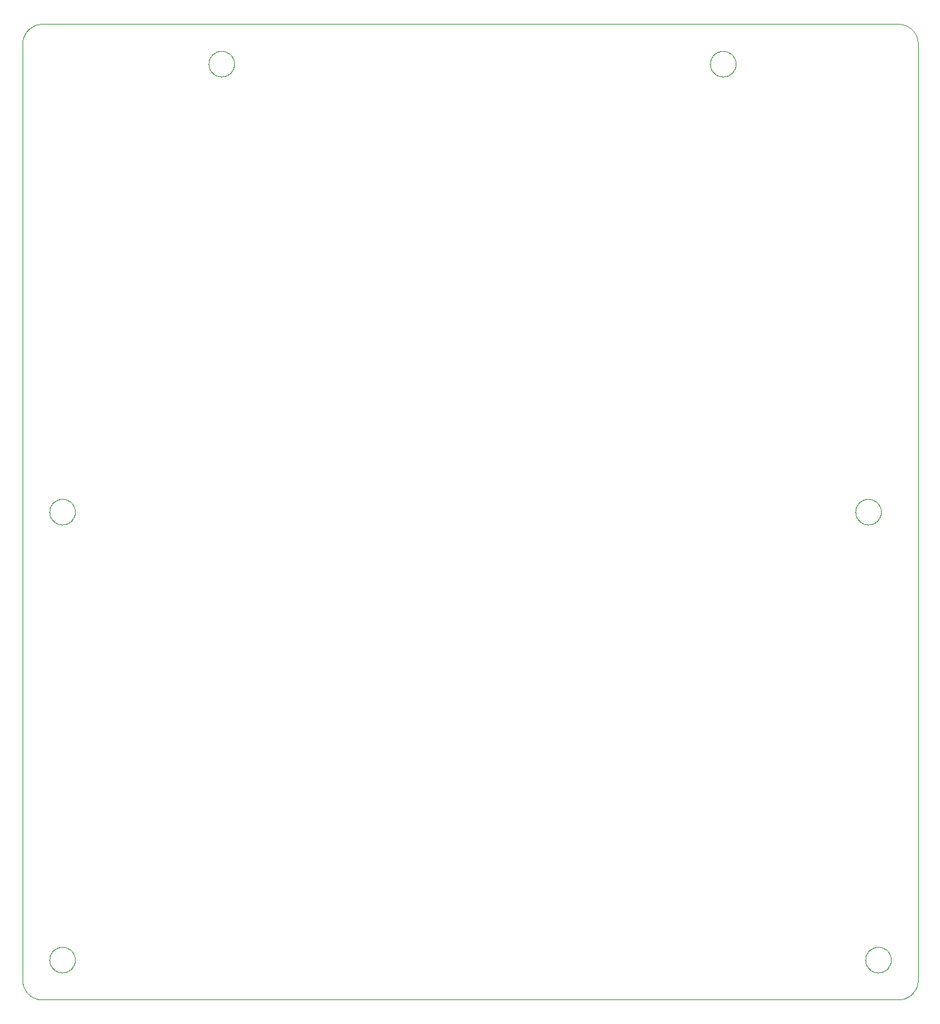
<source format=gbp>
G75*
%MOIN*%
%OFA0B0*%
%FSLAX25Y25*%
%IPPOS*%
%LPD*%
%AMOC8*
5,1,8,0,0,1.08239X$1,22.5*
%
%ADD10C,0.00000*%
D10*
X0021800Y0021800D02*
X0451800Y0021800D01*
X0452042Y0021803D01*
X0452283Y0021812D01*
X0452524Y0021826D01*
X0452765Y0021847D01*
X0453005Y0021873D01*
X0453245Y0021905D01*
X0453484Y0021943D01*
X0453721Y0021986D01*
X0453958Y0022036D01*
X0454193Y0022091D01*
X0454427Y0022151D01*
X0454659Y0022218D01*
X0454890Y0022289D01*
X0455119Y0022367D01*
X0455346Y0022450D01*
X0455571Y0022538D01*
X0455794Y0022632D01*
X0456014Y0022731D01*
X0456232Y0022836D01*
X0456447Y0022945D01*
X0456660Y0023060D01*
X0456870Y0023180D01*
X0457076Y0023305D01*
X0457280Y0023435D01*
X0457481Y0023570D01*
X0457678Y0023710D01*
X0457872Y0023854D01*
X0458062Y0024003D01*
X0458248Y0024157D01*
X0458431Y0024315D01*
X0458610Y0024477D01*
X0458785Y0024644D01*
X0458956Y0024815D01*
X0459123Y0024990D01*
X0459285Y0025169D01*
X0459443Y0025352D01*
X0459597Y0025538D01*
X0459746Y0025728D01*
X0459890Y0025922D01*
X0460030Y0026119D01*
X0460165Y0026320D01*
X0460295Y0026524D01*
X0460420Y0026730D01*
X0460540Y0026940D01*
X0460655Y0027153D01*
X0460764Y0027368D01*
X0460869Y0027586D01*
X0460968Y0027806D01*
X0461062Y0028029D01*
X0461150Y0028254D01*
X0461233Y0028481D01*
X0461311Y0028710D01*
X0461382Y0028941D01*
X0461449Y0029173D01*
X0461509Y0029407D01*
X0461564Y0029642D01*
X0461614Y0029879D01*
X0461657Y0030116D01*
X0461695Y0030355D01*
X0461727Y0030595D01*
X0461753Y0030835D01*
X0461774Y0031076D01*
X0461788Y0031317D01*
X0461797Y0031558D01*
X0461800Y0031800D01*
X0461800Y0501800D01*
X0461797Y0502042D01*
X0461788Y0502283D01*
X0461774Y0502524D01*
X0461753Y0502765D01*
X0461727Y0503005D01*
X0461695Y0503245D01*
X0461657Y0503484D01*
X0461614Y0503721D01*
X0461564Y0503958D01*
X0461509Y0504193D01*
X0461449Y0504427D01*
X0461382Y0504659D01*
X0461311Y0504890D01*
X0461233Y0505119D01*
X0461150Y0505346D01*
X0461062Y0505571D01*
X0460968Y0505794D01*
X0460869Y0506014D01*
X0460764Y0506232D01*
X0460655Y0506447D01*
X0460540Y0506660D01*
X0460420Y0506870D01*
X0460295Y0507076D01*
X0460165Y0507280D01*
X0460030Y0507481D01*
X0459890Y0507678D01*
X0459746Y0507872D01*
X0459597Y0508062D01*
X0459443Y0508248D01*
X0459285Y0508431D01*
X0459123Y0508610D01*
X0458956Y0508785D01*
X0458785Y0508956D01*
X0458610Y0509123D01*
X0458431Y0509285D01*
X0458248Y0509443D01*
X0458062Y0509597D01*
X0457872Y0509746D01*
X0457678Y0509890D01*
X0457481Y0510030D01*
X0457280Y0510165D01*
X0457076Y0510295D01*
X0456870Y0510420D01*
X0456660Y0510540D01*
X0456447Y0510655D01*
X0456232Y0510764D01*
X0456014Y0510869D01*
X0455794Y0510968D01*
X0455571Y0511062D01*
X0455346Y0511150D01*
X0455119Y0511233D01*
X0454890Y0511311D01*
X0454659Y0511382D01*
X0454427Y0511449D01*
X0454193Y0511509D01*
X0453958Y0511564D01*
X0453721Y0511614D01*
X0453484Y0511657D01*
X0453245Y0511695D01*
X0453005Y0511727D01*
X0452765Y0511753D01*
X0452524Y0511774D01*
X0452283Y0511788D01*
X0452042Y0511797D01*
X0451800Y0511800D01*
X0021800Y0511800D01*
X0021558Y0511797D01*
X0021317Y0511788D01*
X0021076Y0511774D01*
X0020835Y0511753D01*
X0020595Y0511727D01*
X0020355Y0511695D01*
X0020116Y0511657D01*
X0019879Y0511614D01*
X0019642Y0511564D01*
X0019407Y0511509D01*
X0019173Y0511449D01*
X0018941Y0511382D01*
X0018710Y0511311D01*
X0018481Y0511233D01*
X0018254Y0511150D01*
X0018029Y0511062D01*
X0017806Y0510968D01*
X0017586Y0510869D01*
X0017368Y0510764D01*
X0017153Y0510655D01*
X0016940Y0510540D01*
X0016730Y0510420D01*
X0016524Y0510295D01*
X0016320Y0510165D01*
X0016119Y0510030D01*
X0015922Y0509890D01*
X0015728Y0509746D01*
X0015538Y0509597D01*
X0015352Y0509443D01*
X0015169Y0509285D01*
X0014990Y0509123D01*
X0014815Y0508956D01*
X0014644Y0508785D01*
X0014477Y0508610D01*
X0014315Y0508431D01*
X0014157Y0508248D01*
X0014003Y0508062D01*
X0013854Y0507872D01*
X0013710Y0507678D01*
X0013570Y0507481D01*
X0013435Y0507280D01*
X0013305Y0507076D01*
X0013180Y0506870D01*
X0013060Y0506660D01*
X0012945Y0506447D01*
X0012836Y0506232D01*
X0012731Y0506014D01*
X0012632Y0505794D01*
X0012538Y0505571D01*
X0012450Y0505346D01*
X0012367Y0505119D01*
X0012289Y0504890D01*
X0012218Y0504659D01*
X0012151Y0504427D01*
X0012091Y0504193D01*
X0012036Y0503958D01*
X0011986Y0503721D01*
X0011943Y0503484D01*
X0011905Y0503245D01*
X0011873Y0503005D01*
X0011847Y0502765D01*
X0011826Y0502524D01*
X0011812Y0502283D01*
X0011803Y0502042D01*
X0011800Y0501800D01*
X0011800Y0031800D01*
X0011803Y0031558D01*
X0011812Y0031317D01*
X0011826Y0031076D01*
X0011847Y0030835D01*
X0011873Y0030595D01*
X0011905Y0030355D01*
X0011943Y0030116D01*
X0011986Y0029879D01*
X0012036Y0029642D01*
X0012091Y0029407D01*
X0012151Y0029173D01*
X0012218Y0028941D01*
X0012289Y0028710D01*
X0012367Y0028481D01*
X0012450Y0028254D01*
X0012538Y0028029D01*
X0012632Y0027806D01*
X0012731Y0027586D01*
X0012836Y0027368D01*
X0012945Y0027153D01*
X0013060Y0026940D01*
X0013180Y0026730D01*
X0013305Y0026524D01*
X0013435Y0026320D01*
X0013570Y0026119D01*
X0013710Y0025922D01*
X0013854Y0025728D01*
X0014003Y0025538D01*
X0014157Y0025352D01*
X0014315Y0025169D01*
X0014477Y0024990D01*
X0014644Y0024815D01*
X0014815Y0024644D01*
X0014990Y0024477D01*
X0015169Y0024315D01*
X0015352Y0024157D01*
X0015538Y0024003D01*
X0015728Y0023854D01*
X0015922Y0023710D01*
X0016119Y0023570D01*
X0016320Y0023435D01*
X0016524Y0023305D01*
X0016730Y0023180D01*
X0016940Y0023060D01*
X0017153Y0022945D01*
X0017368Y0022836D01*
X0017586Y0022731D01*
X0017806Y0022632D01*
X0018029Y0022538D01*
X0018254Y0022450D01*
X0018481Y0022367D01*
X0018710Y0022289D01*
X0018941Y0022218D01*
X0019173Y0022151D01*
X0019407Y0022091D01*
X0019642Y0022036D01*
X0019879Y0021986D01*
X0020116Y0021943D01*
X0020355Y0021905D01*
X0020595Y0021873D01*
X0020835Y0021847D01*
X0021076Y0021826D01*
X0021317Y0021812D01*
X0021558Y0021803D01*
X0021800Y0021800D01*
X0025375Y0041800D02*
X0025377Y0041960D01*
X0025383Y0042120D01*
X0025393Y0042280D01*
X0025407Y0042440D01*
X0025425Y0042599D01*
X0025447Y0042758D01*
X0025473Y0042916D01*
X0025502Y0043073D01*
X0025536Y0043230D01*
X0025574Y0043385D01*
X0025615Y0043540D01*
X0025660Y0043694D01*
X0025710Y0043846D01*
X0025762Y0043997D01*
X0025819Y0044147D01*
X0025880Y0044296D01*
X0025944Y0044443D01*
X0026011Y0044588D01*
X0026083Y0044731D01*
X0026157Y0044873D01*
X0026236Y0045013D01*
X0026318Y0045150D01*
X0026403Y0045286D01*
X0026491Y0045419D01*
X0026583Y0045551D01*
X0026678Y0045679D01*
X0026777Y0045806D01*
X0026878Y0045930D01*
X0026983Y0046051D01*
X0027090Y0046170D01*
X0027201Y0046286D01*
X0027314Y0046399D01*
X0027430Y0046510D01*
X0027549Y0046617D01*
X0027670Y0046722D01*
X0027794Y0046823D01*
X0027921Y0046922D01*
X0028049Y0047017D01*
X0028181Y0047109D01*
X0028314Y0047197D01*
X0028450Y0047282D01*
X0028588Y0047364D01*
X0028727Y0047443D01*
X0028869Y0047517D01*
X0029012Y0047589D01*
X0029157Y0047656D01*
X0029304Y0047720D01*
X0029453Y0047781D01*
X0029603Y0047838D01*
X0029754Y0047890D01*
X0029906Y0047940D01*
X0030060Y0047985D01*
X0030215Y0048026D01*
X0030370Y0048064D01*
X0030527Y0048098D01*
X0030684Y0048127D01*
X0030842Y0048153D01*
X0031001Y0048175D01*
X0031160Y0048193D01*
X0031320Y0048207D01*
X0031480Y0048217D01*
X0031640Y0048223D01*
X0031800Y0048225D01*
X0031960Y0048223D01*
X0032120Y0048217D01*
X0032280Y0048207D01*
X0032440Y0048193D01*
X0032599Y0048175D01*
X0032758Y0048153D01*
X0032916Y0048127D01*
X0033073Y0048098D01*
X0033230Y0048064D01*
X0033385Y0048026D01*
X0033540Y0047985D01*
X0033694Y0047940D01*
X0033846Y0047890D01*
X0033997Y0047838D01*
X0034147Y0047781D01*
X0034296Y0047720D01*
X0034443Y0047656D01*
X0034588Y0047589D01*
X0034731Y0047517D01*
X0034873Y0047443D01*
X0035013Y0047364D01*
X0035150Y0047282D01*
X0035286Y0047197D01*
X0035419Y0047109D01*
X0035551Y0047017D01*
X0035679Y0046922D01*
X0035806Y0046823D01*
X0035930Y0046722D01*
X0036051Y0046617D01*
X0036170Y0046510D01*
X0036286Y0046399D01*
X0036399Y0046286D01*
X0036510Y0046170D01*
X0036617Y0046051D01*
X0036722Y0045930D01*
X0036823Y0045806D01*
X0036922Y0045679D01*
X0037017Y0045551D01*
X0037109Y0045419D01*
X0037197Y0045286D01*
X0037282Y0045150D01*
X0037364Y0045012D01*
X0037443Y0044873D01*
X0037517Y0044731D01*
X0037589Y0044588D01*
X0037656Y0044443D01*
X0037720Y0044296D01*
X0037781Y0044147D01*
X0037838Y0043997D01*
X0037890Y0043846D01*
X0037940Y0043694D01*
X0037985Y0043540D01*
X0038026Y0043385D01*
X0038064Y0043230D01*
X0038098Y0043073D01*
X0038127Y0042916D01*
X0038153Y0042758D01*
X0038175Y0042599D01*
X0038193Y0042440D01*
X0038207Y0042280D01*
X0038217Y0042120D01*
X0038223Y0041960D01*
X0038225Y0041800D01*
X0038223Y0041640D01*
X0038217Y0041480D01*
X0038207Y0041320D01*
X0038193Y0041160D01*
X0038175Y0041001D01*
X0038153Y0040842D01*
X0038127Y0040684D01*
X0038098Y0040527D01*
X0038064Y0040370D01*
X0038026Y0040215D01*
X0037985Y0040060D01*
X0037940Y0039906D01*
X0037890Y0039754D01*
X0037838Y0039603D01*
X0037781Y0039453D01*
X0037720Y0039304D01*
X0037656Y0039157D01*
X0037589Y0039012D01*
X0037517Y0038869D01*
X0037443Y0038727D01*
X0037364Y0038587D01*
X0037282Y0038450D01*
X0037197Y0038314D01*
X0037109Y0038181D01*
X0037017Y0038049D01*
X0036922Y0037921D01*
X0036823Y0037794D01*
X0036722Y0037670D01*
X0036617Y0037549D01*
X0036510Y0037430D01*
X0036399Y0037314D01*
X0036286Y0037201D01*
X0036170Y0037090D01*
X0036051Y0036983D01*
X0035930Y0036878D01*
X0035806Y0036777D01*
X0035679Y0036678D01*
X0035551Y0036583D01*
X0035419Y0036491D01*
X0035286Y0036403D01*
X0035150Y0036318D01*
X0035012Y0036236D01*
X0034873Y0036157D01*
X0034731Y0036083D01*
X0034588Y0036011D01*
X0034443Y0035944D01*
X0034296Y0035880D01*
X0034147Y0035819D01*
X0033997Y0035762D01*
X0033846Y0035710D01*
X0033694Y0035660D01*
X0033540Y0035615D01*
X0033385Y0035574D01*
X0033230Y0035536D01*
X0033073Y0035502D01*
X0032916Y0035473D01*
X0032758Y0035447D01*
X0032599Y0035425D01*
X0032440Y0035407D01*
X0032280Y0035393D01*
X0032120Y0035383D01*
X0031960Y0035377D01*
X0031800Y0035375D01*
X0031640Y0035377D01*
X0031480Y0035383D01*
X0031320Y0035393D01*
X0031160Y0035407D01*
X0031001Y0035425D01*
X0030842Y0035447D01*
X0030684Y0035473D01*
X0030527Y0035502D01*
X0030370Y0035536D01*
X0030215Y0035574D01*
X0030060Y0035615D01*
X0029906Y0035660D01*
X0029754Y0035710D01*
X0029603Y0035762D01*
X0029453Y0035819D01*
X0029304Y0035880D01*
X0029157Y0035944D01*
X0029012Y0036011D01*
X0028869Y0036083D01*
X0028727Y0036157D01*
X0028587Y0036236D01*
X0028450Y0036318D01*
X0028314Y0036403D01*
X0028181Y0036491D01*
X0028049Y0036583D01*
X0027921Y0036678D01*
X0027794Y0036777D01*
X0027670Y0036878D01*
X0027549Y0036983D01*
X0027430Y0037090D01*
X0027314Y0037201D01*
X0027201Y0037314D01*
X0027090Y0037430D01*
X0026983Y0037549D01*
X0026878Y0037670D01*
X0026777Y0037794D01*
X0026678Y0037921D01*
X0026583Y0038049D01*
X0026491Y0038181D01*
X0026403Y0038314D01*
X0026318Y0038450D01*
X0026236Y0038588D01*
X0026157Y0038727D01*
X0026083Y0038869D01*
X0026011Y0039012D01*
X0025944Y0039157D01*
X0025880Y0039304D01*
X0025819Y0039453D01*
X0025762Y0039603D01*
X0025710Y0039754D01*
X0025660Y0039906D01*
X0025615Y0040060D01*
X0025574Y0040215D01*
X0025536Y0040370D01*
X0025502Y0040527D01*
X0025473Y0040684D01*
X0025447Y0040842D01*
X0025425Y0041001D01*
X0025407Y0041160D01*
X0025393Y0041320D01*
X0025383Y0041480D01*
X0025377Y0041640D01*
X0025375Y0041800D01*
X0025375Y0266800D02*
X0025377Y0266960D01*
X0025383Y0267120D01*
X0025393Y0267280D01*
X0025407Y0267440D01*
X0025425Y0267599D01*
X0025447Y0267758D01*
X0025473Y0267916D01*
X0025502Y0268073D01*
X0025536Y0268230D01*
X0025574Y0268385D01*
X0025615Y0268540D01*
X0025660Y0268694D01*
X0025710Y0268846D01*
X0025762Y0268997D01*
X0025819Y0269147D01*
X0025880Y0269296D01*
X0025944Y0269443D01*
X0026011Y0269588D01*
X0026083Y0269731D01*
X0026157Y0269873D01*
X0026236Y0270013D01*
X0026318Y0270150D01*
X0026403Y0270286D01*
X0026491Y0270419D01*
X0026583Y0270551D01*
X0026678Y0270679D01*
X0026777Y0270806D01*
X0026878Y0270930D01*
X0026983Y0271051D01*
X0027090Y0271170D01*
X0027201Y0271286D01*
X0027314Y0271399D01*
X0027430Y0271510D01*
X0027549Y0271617D01*
X0027670Y0271722D01*
X0027794Y0271823D01*
X0027921Y0271922D01*
X0028049Y0272017D01*
X0028181Y0272109D01*
X0028314Y0272197D01*
X0028450Y0272282D01*
X0028588Y0272364D01*
X0028727Y0272443D01*
X0028869Y0272517D01*
X0029012Y0272589D01*
X0029157Y0272656D01*
X0029304Y0272720D01*
X0029453Y0272781D01*
X0029603Y0272838D01*
X0029754Y0272890D01*
X0029906Y0272940D01*
X0030060Y0272985D01*
X0030215Y0273026D01*
X0030370Y0273064D01*
X0030527Y0273098D01*
X0030684Y0273127D01*
X0030842Y0273153D01*
X0031001Y0273175D01*
X0031160Y0273193D01*
X0031320Y0273207D01*
X0031480Y0273217D01*
X0031640Y0273223D01*
X0031800Y0273225D01*
X0031960Y0273223D01*
X0032120Y0273217D01*
X0032280Y0273207D01*
X0032440Y0273193D01*
X0032599Y0273175D01*
X0032758Y0273153D01*
X0032916Y0273127D01*
X0033073Y0273098D01*
X0033230Y0273064D01*
X0033385Y0273026D01*
X0033540Y0272985D01*
X0033694Y0272940D01*
X0033846Y0272890D01*
X0033997Y0272838D01*
X0034147Y0272781D01*
X0034296Y0272720D01*
X0034443Y0272656D01*
X0034588Y0272589D01*
X0034731Y0272517D01*
X0034873Y0272443D01*
X0035013Y0272364D01*
X0035150Y0272282D01*
X0035286Y0272197D01*
X0035419Y0272109D01*
X0035551Y0272017D01*
X0035679Y0271922D01*
X0035806Y0271823D01*
X0035930Y0271722D01*
X0036051Y0271617D01*
X0036170Y0271510D01*
X0036286Y0271399D01*
X0036399Y0271286D01*
X0036510Y0271170D01*
X0036617Y0271051D01*
X0036722Y0270930D01*
X0036823Y0270806D01*
X0036922Y0270679D01*
X0037017Y0270551D01*
X0037109Y0270419D01*
X0037197Y0270286D01*
X0037282Y0270150D01*
X0037364Y0270012D01*
X0037443Y0269873D01*
X0037517Y0269731D01*
X0037589Y0269588D01*
X0037656Y0269443D01*
X0037720Y0269296D01*
X0037781Y0269147D01*
X0037838Y0268997D01*
X0037890Y0268846D01*
X0037940Y0268694D01*
X0037985Y0268540D01*
X0038026Y0268385D01*
X0038064Y0268230D01*
X0038098Y0268073D01*
X0038127Y0267916D01*
X0038153Y0267758D01*
X0038175Y0267599D01*
X0038193Y0267440D01*
X0038207Y0267280D01*
X0038217Y0267120D01*
X0038223Y0266960D01*
X0038225Y0266800D01*
X0038223Y0266640D01*
X0038217Y0266480D01*
X0038207Y0266320D01*
X0038193Y0266160D01*
X0038175Y0266001D01*
X0038153Y0265842D01*
X0038127Y0265684D01*
X0038098Y0265527D01*
X0038064Y0265370D01*
X0038026Y0265215D01*
X0037985Y0265060D01*
X0037940Y0264906D01*
X0037890Y0264754D01*
X0037838Y0264603D01*
X0037781Y0264453D01*
X0037720Y0264304D01*
X0037656Y0264157D01*
X0037589Y0264012D01*
X0037517Y0263869D01*
X0037443Y0263727D01*
X0037364Y0263587D01*
X0037282Y0263450D01*
X0037197Y0263314D01*
X0037109Y0263181D01*
X0037017Y0263049D01*
X0036922Y0262921D01*
X0036823Y0262794D01*
X0036722Y0262670D01*
X0036617Y0262549D01*
X0036510Y0262430D01*
X0036399Y0262314D01*
X0036286Y0262201D01*
X0036170Y0262090D01*
X0036051Y0261983D01*
X0035930Y0261878D01*
X0035806Y0261777D01*
X0035679Y0261678D01*
X0035551Y0261583D01*
X0035419Y0261491D01*
X0035286Y0261403D01*
X0035150Y0261318D01*
X0035012Y0261236D01*
X0034873Y0261157D01*
X0034731Y0261083D01*
X0034588Y0261011D01*
X0034443Y0260944D01*
X0034296Y0260880D01*
X0034147Y0260819D01*
X0033997Y0260762D01*
X0033846Y0260710D01*
X0033694Y0260660D01*
X0033540Y0260615D01*
X0033385Y0260574D01*
X0033230Y0260536D01*
X0033073Y0260502D01*
X0032916Y0260473D01*
X0032758Y0260447D01*
X0032599Y0260425D01*
X0032440Y0260407D01*
X0032280Y0260393D01*
X0032120Y0260383D01*
X0031960Y0260377D01*
X0031800Y0260375D01*
X0031640Y0260377D01*
X0031480Y0260383D01*
X0031320Y0260393D01*
X0031160Y0260407D01*
X0031001Y0260425D01*
X0030842Y0260447D01*
X0030684Y0260473D01*
X0030527Y0260502D01*
X0030370Y0260536D01*
X0030215Y0260574D01*
X0030060Y0260615D01*
X0029906Y0260660D01*
X0029754Y0260710D01*
X0029603Y0260762D01*
X0029453Y0260819D01*
X0029304Y0260880D01*
X0029157Y0260944D01*
X0029012Y0261011D01*
X0028869Y0261083D01*
X0028727Y0261157D01*
X0028587Y0261236D01*
X0028450Y0261318D01*
X0028314Y0261403D01*
X0028181Y0261491D01*
X0028049Y0261583D01*
X0027921Y0261678D01*
X0027794Y0261777D01*
X0027670Y0261878D01*
X0027549Y0261983D01*
X0027430Y0262090D01*
X0027314Y0262201D01*
X0027201Y0262314D01*
X0027090Y0262430D01*
X0026983Y0262549D01*
X0026878Y0262670D01*
X0026777Y0262794D01*
X0026678Y0262921D01*
X0026583Y0263049D01*
X0026491Y0263181D01*
X0026403Y0263314D01*
X0026318Y0263450D01*
X0026236Y0263588D01*
X0026157Y0263727D01*
X0026083Y0263869D01*
X0026011Y0264012D01*
X0025944Y0264157D01*
X0025880Y0264304D01*
X0025819Y0264453D01*
X0025762Y0264603D01*
X0025710Y0264754D01*
X0025660Y0264906D01*
X0025615Y0265060D01*
X0025574Y0265215D01*
X0025536Y0265370D01*
X0025502Y0265527D01*
X0025473Y0265684D01*
X0025447Y0265842D01*
X0025425Y0266001D01*
X0025407Y0266160D01*
X0025393Y0266320D01*
X0025383Y0266480D01*
X0025377Y0266640D01*
X0025375Y0266800D01*
X0105375Y0491800D02*
X0105377Y0491960D01*
X0105383Y0492120D01*
X0105393Y0492280D01*
X0105407Y0492440D01*
X0105425Y0492599D01*
X0105447Y0492758D01*
X0105473Y0492916D01*
X0105502Y0493073D01*
X0105536Y0493230D01*
X0105574Y0493385D01*
X0105615Y0493540D01*
X0105660Y0493694D01*
X0105710Y0493846D01*
X0105762Y0493997D01*
X0105819Y0494147D01*
X0105880Y0494296D01*
X0105944Y0494443D01*
X0106011Y0494588D01*
X0106083Y0494731D01*
X0106157Y0494873D01*
X0106236Y0495013D01*
X0106318Y0495150D01*
X0106403Y0495286D01*
X0106491Y0495419D01*
X0106583Y0495551D01*
X0106678Y0495679D01*
X0106777Y0495806D01*
X0106878Y0495930D01*
X0106983Y0496051D01*
X0107090Y0496170D01*
X0107201Y0496286D01*
X0107314Y0496399D01*
X0107430Y0496510D01*
X0107549Y0496617D01*
X0107670Y0496722D01*
X0107794Y0496823D01*
X0107921Y0496922D01*
X0108049Y0497017D01*
X0108181Y0497109D01*
X0108314Y0497197D01*
X0108450Y0497282D01*
X0108588Y0497364D01*
X0108727Y0497443D01*
X0108869Y0497517D01*
X0109012Y0497589D01*
X0109157Y0497656D01*
X0109304Y0497720D01*
X0109453Y0497781D01*
X0109603Y0497838D01*
X0109754Y0497890D01*
X0109906Y0497940D01*
X0110060Y0497985D01*
X0110215Y0498026D01*
X0110370Y0498064D01*
X0110527Y0498098D01*
X0110684Y0498127D01*
X0110842Y0498153D01*
X0111001Y0498175D01*
X0111160Y0498193D01*
X0111320Y0498207D01*
X0111480Y0498217D01*
X0111640Y0498223D01*
X0111800Y0498225D01*
X0111960Y0498223D01*
X0112120Y0498217D01*
X0112280Y0498207D01*
X0112440Y0498193D01*
X0112599Y0498175D01*
X0112758Y0498153D01*
X0112916Y0498127D01*
X0113073Y0498098D01*
X0113230Y0498064D01*
X0113385Y0498026D01*
X0113540Y0497985D01*
X0113694Y0497940D01*
X0113846Y0497890D01*
X0113997Y0497838D01*
X0114147Y0497781D01*
X0114296Y0497720D01*
X0114443Y0497656D01*
X0114588Y0497589D01*
X0114731Y0497517D01*
X0114873Y0497443D01*
X0115013Y0497364D01*
X0115150Y0497282D01*
X0115286Y0497197D01*
X0115419Y0497109D01*
X0115551Y0497017D01*
X0115679Y0496922D01*
X0115806Y0496823D01*
X0115930Y0496722D01*
X0116051Y0496617D01*
X0116170Y0496510D01*
X0116286Y0496399D01*
X0116399Y0496286D01*
X0116510Y0496170D01*
X0116617Y0496051D01*
X0116722Y0495930D01*
X0116823Y0495806D01*
X0116922Y0495679D01*
X0117017Y0495551D01*
X0117109Y0495419D01*
X0117197Y0495286D01*
X0117282Y0495150D01*
X0117364Y0495012D01*
X0117443Y0494873D01*
X0117517Y0494731D01*
X0117589Y0494588D01*
X0117656Y0494443D01*
X0117720Y0494296D01*
X0117781Y0494147D01*
X0117838Y0493997D01*
X0117890Y0493846D01*
X0117940Y0493694D01*
X0117985Y0493540D01*
X0118026Y0493385D01*
X0118064Y0493230D01*
X0118098Y0493073D01*
X0118127Y0492916D01*
X0118153Y0492758D01*
X0118175Y0492599D01*
X0118193Y0492440D01*
X0118207Y0492280D01*
X0118217Y0492120D01*
X0118223Y0491960D01*
X0118225Y0491800D01*
X0118223Y0491640D01*
X0118217Y0491480D01*
X0118207Y0491320D01*
X0118193Y0491160D01*
X0118175Y0491001D01*
X0118153Y0490842D01*
X0118127Y0490684D01*
X0118098Y0490527D01*
X0118064Y0490370D01*
X0118026Y0490215D01*
X0117985Y0490060D01*
X0117940Y0489906D01*
X0117890Y0489754D01*
X0117838Y0489603D01*
X0117781Y0489453D01*
X0117720Y0489304D01*
X0117656Y0489157D01*
X0117589Y0489012D01*
X0117517Y0488869D01*
X0117443Y0488727D01*
X0117364Y0488587D01*
X0117282Y0488450D01*
X0117197Y0488314D01*
X0117109Y0488181D01*
X0117017Y0488049D01*
X0116922Y0487921D01*
X0116823Y0487794D01*
X0116722Y0487670D01*
X0116617Y0487549D01*
X0116510Y0487430D01*
X0116399Y0487314D01*
X0116286Y0487201D01*
X0116170Y0487090D01*
X0116051Y0486983D01*
X0115930Y0486878D01*
X0115806Y0486777D01*
X0115679Y0486678D01*
X0115551Y0486583D01*
X0115419Y0486491D01*
X0115286Y0486403D01*
X0115150Y0486318D01*
X0115012Y0486236D01*
X0114873Y0486157D01*
X0114731Y0486083D01*
X0114588Y0486011D01*
X0114443Y0485944D01*
X0114296Y0485880D01*
X0114147Y0485819D01*
X0113997Y0485762D01*
X0113846Y0485710D01*
X0113694Y0485660D01*
X0113540Y0485615D01*
X0113385Y0485574D01*
X0113230Y0485536D01*
X0113073Y0485502D01*
X0112916Y0485473D01*
X0112758Y0485447D01*
X0112599Y0485425D01*
X0112440Y0485407D01*
X0112280Y0485393D01*
X0112120Y0485383D01*
X0111960Y0485377D01*
X0111800Y0485375D01*
X0111640Y0485377D01*
X0111480Y0485383D01*
X0111320Y0485393D01*
X0111160Y0485407D01*
X0111001Y0485425D01*
X0110842Y0485447D01*
X0110684Y0485473D01*
X0110527Y0485502D01*
X0110370Y0485536D01*
X0110215Y0485574D01*
X0110060Y0485615D01*
X0109906Y0485660D01*
X0109754Y0485710D01*
X0109603Y0485762D01*
X0109453Y0485819D01*
X0109304Y0485880D01*
X0109157Y0485944D01*
X0109012Y0486011D01*
X0108869Y0486083D01*
X0108727Y0486157D01*
X0108587Y0486236D01*
X0108450Y0486318D01*
X0108314Y0486403D01*
X0108181Y0486491D01*
X0108049Y0486583D01*
X0107921Y0486678D01*
X0107794Y0486777D01*
X0107670Y0486878D01*
X0107549Y0486983D01*
X0107430Y0487090D01*
X0107314Y0487201D01*
X0107201Y0487314D01*
X0107090Y0487430D01*
X0106983Y0487549D01*
X0106878Y0487670D01*
X0106777Y0487794D01*
X0106678Y0487921D01*
X0106583Y0488049D01*
X0106491Y0488181D01*
X0106403Y0488314D01*
X0106318Y0488450D01*
X0106236Y0488588D01*
X0106157Y0488727D01*
X0106083Y0488869D01*
X0106011Y0489012D01*
X0105944Y0489157D01*
X0105880Y0489304D01*
X0105819Y0489453D01*
X0105762Y0489603D01*
X0105710Y0489754D01*
X0105660Y0489906D01*
X0105615Y0490060D01*
X0105574Y0490215D01*
X0105536Y0490370D01*
X0105502Y0490527D01*
X0105473Y0490684D01*
X0105447Y0490842D01*
X0105425Y0491001D01*
X0105407Y0491160D01*
X0105393Y0491320D01*
X0105383Y0491480D01*
X0105377Y0491640D01*
X0105375Y0491800D01*
X0357375Y0491800D02*
X0357377Y0491960D01*
X0357383Y0492120D01*
X0357393Y0492280D01*
X0357407Y0492440D01*
X0357425Y0492599D01*
X0357447Y0492758D01*
X0357473Y0492916D01*
X0357502Y0493073D01*
X0357536Y0493230D01*
X0357574Y0493385D01*
X0357615Y0493540D01*
X0357660Y0493694D01*
X0357710Y0493846D01*
X0357762Y0493997D01*
X0357819Y0494147D01*
X0357880Y0494296D01*
X0357944Y0494443D01*
X0358011Y0494588D01*
X0358083Y0494731D01*
X0358157Y0494873D01*
X0358236Y0495013D01*
X0358318Y0495150D01*
X0358403Y0495286D01*
X0358491Y0495419D01*
X0358583Y0495551D01*
X0358678Y0495679D01*
X0358777Y0495806D01*
X0358878Y0495930D01*
X0358983Y0496051D01*
X0359090Y0496170D01*
X0359201Y0496286D01*
X0359314Y0496399D01*
X0359430Y0496510D01*
X0359549Y0496617D01*
X0359670Y0496722D01*
X0359794Y0496823D01*
X0359921Y0496922D01*
X0360049Y0497017D01*
X0360181Y0497109D01*
X0360314Y0497197D01*
X0360450Y0497282D01*
X0360588Y0497364D01*
X0360727Y0497443D01*
X0360869Y0497517D01*
X0361012Y0497589D01*
X0361157Y0497656D01*
X0361304Y0497720D01*
X0361453Y0497781D01*
X0361603Y0497838D01*
X0361754Y0497890D01*
X0361906Y0497940D01*
X0362060Y0497985D01*
X0362215Y0498026D01*
X0362370Y0498064D01*
X0362527Y0498098D01*
X0362684Y0498127D01*
X0362842Y0498153D01*
X0363001Y0498175D01*
X0363160Y0498193D01*
X0363320Y0498207D01*
X0363480Y0498217D01*
X0363640Y0498223D01*
X0363800Y0498225D01*
X0363960Y0498223D01*
X0364120Y0498217D01*
X0364280Y0498207D01*
X0364440Y0498193D01*
X0364599Y0498175D01*
X0364758Y0498153D01*
X0364916Y0498127D01*
X0365073Y0498098D01*
X0365230Y0498064D01*
X0365385Y0498026D01*
X0365540Y0497985D01*
X0365694Y0497940D01*
X0365846Y0497890D01*
X0365997Y0497838D01*
X0366147Y0497781D01*
X0366296Y0497720D01*
X0366443Y0497656D01*
X0366588Y0497589D01*
X0366731Y0497517D01*
X0366873Y0497443D01*
X0367013Y0497364D01*
X0367150Y0497282D01*
X0367286Y0497197D01*
X0367419Y0497109D01*
X0367551Y0497017D01*
X0367679Y0496922D01*
X0367806Y0496823D01*
X0367930Y0496722D01*
X0368051Y0496617D01*
X0368170Y0496510D01*
X0368286Y0496399D01*
X0368399Y0496286D01*
X0368510Y0496170D01*
X0368617Y0496051D01*
X0368722Y0495930D01*
X0368823Y0495806D01*
X0368922Y0495679D01*
X0369017Y0495551D01*
X0369109Y0495419D01*
X0369197Y0495286D01*
X0369282Y0495150D01*
X0369364Y0495012D01*
X0369443Y0494873D01*
X0369517Y0494731D01*
X0369589Y0494588D01*
X0369656Y0494443D01*
X0369720Y0494296D01*
X0369781Y0494147D01*
X0369838Y0493997D01*
X0369890Y0493846D01*
X0369940Y0493694D01*
X0369985Y0493540D01*
X0370026Y0493385D01*
X0370064Y0493230D01*
X0370098Y0493073D01*
X0370127Y0492916D01*
X0370153Y0492758D01*
X0370175Y0492599D01*
X0370193Y0492440D01*
X0370207Y0492280D01*
X0370217Y0492120D01*
X0370223Y0491960D01*
X0370225Y0491800D01*
X0370223Y0491640D01*
X0370217Y0491480D01*
X0370207Y0491320D01*
X0370193Y0491160D01*
X0370175Y0491001D01*
X0370153Y0490842D01*
X0370127Y0490684D01*
X0370098Y0490527D01*
X0370064Y0490370D01*
X0370026Y0490215D01*
X0369985Y0490060D01*
X0369940Y0489906D01*
X0369890Y0489754D01*
X0369838Y0489603D01*
X0369781Y0489453D01*
X0369720Y0489304D01*
X0369656Y0489157D01*
X0369589Y0489012D01*
X0369517Y0488869D01*
X0369443Y0488727D01*
X0369364Y0488587D01*
X0369282Y0488450D01*
X0369197Y0488314D01*
X0369109Y0488181D01*
X0369017Y0488049D01*
X0368922Y0487921D01*
X0368823Y0487794D01*
X0368722Y0487670D01*
X0368617Y0487549D01*
X0368510Y0487430D01*
X0368399Y0487314D01*
X0368286Y0487201D01*
X0368170Y0487090D01*
X0368051Y0486983D01*
X0367930Y0486878D01*
X0367806Y0486777D01*
X0367679Y0486678D01*
X0367551Y0486583D01*
X0367419Y0486491D01*
X0367286Y0486403D01*
X0367150Y0486318D01*
X0367012Y0486236D01*
X0366873Y0486157D01*
X0366731Y0486083D01*
X0366588Y0486011D01*
X0366443Y0485944D01*
X0366296Y0485880D01*
X0366147Y0485819D01*
X0365997Y0485762D01*
X0365846Y0485710D01*
X0365694Y0485660D01*
X0365540Y0485615D01*
X0365385Y0485574D01*
X0365230Y0485536D01*
X0365073Y0485502D01*
X0364916Y0485473D01*
X0364758Y0485447D01*
X0364599Y0485425D01*
X0364440Y0485407D01*
X0364280Y0485393D01*
X0364120Y0485383D01*
X0363960Y0485377D01*
X0363800Y0485375D01*
X0363640Y0485377D01*
X0363480Y0485383D01*
X0363320Y0485393D01*
X0363160Y0485407D01*
X0363001Y0485425D01*
X0362842Y0485447D01*
X0362684Y0485473D01*
X0362527Y0485502D01*
X0362370Y0485536D01*
X0362215Y0485574D01*
X0362060Y0485615D01*
X0361906Y0485660D01*
X0361754Y0485710D01*
X0361603Y0485762D01*
X0361453Y0485819D01*
X0361304Y0485880D01*
X0361157Y0485944D01*
X0361012Y0486011D01*
X0360869Y0486083D01*
X0360727Y0486157D01*
X0360587Y0486236D01*
X0360450Y0486318D01*
X0360314Y0486403D01*
X0360181Y0486491D01*
X0360049Y0486583D01*
X0359921Y0486678D01*
X0359794Y0486777D01*
X0359670Y0486878D01*
X0359549Y0486983D01*
X0359430Y0487090D01*
X0359314Y0487201D01*
X0359201Y0487314D01*
X0359090Y0487430D01*
X0358983Y0487549D01*
X0358878Y0487670D01*
X0358777Y0487794D01*
X0358678Y0487921D01*
X0358583Y0488049D01*
X0358491Y0488181D01*
X0358403Y0488314D01*
X0358318Y0488450D01*
X0358236Y0488588D01*
X0358157Y0488727D01*
X0358083Y0488869D01*
X0358011Y0489012D01*
X0357944Y0489157D01*
X0357880Y0489304D01*
X0357819Y0489453D01*
X0357762Y0489603D01*
X0357710Y0489754D01*
X0357660Y0489906D01*
X0357615Y0490060D01*
X0357574Y0490215D01*
X0357536Y0490370D01*
X0357502Y0490527D01*
X0357473Y0490684D01*
X0357447Y0490842D01*
X0357425Y0491001D01*
X0357407Y0491160D01*
X0357393Y0491320D01*
X0357383Y0491480D01*
X0357377Y0491640D01*
X0357375Y0491800D01*
X0430375Y0266800D02*
X0430377Y0266960D01*
X0430383Y0267120D01*
X0430393Y0267280D01*
X0430407Y0267440D01*
X0430425Y0267599D01*
X0430447Y0267758D01*
X0430473Y0267916D01*
X0430502Y0268073D01*
X0430536Y0268230D01*
X0430574Y0268385D01*
X0430615Y0268540D01*
X0430660Y0268694D01*
X0430710Y0268846D01*
X0430762Y0268997D01*
X0430819Y0269147D01*
X0430880Y0269296D01*
X0430944Y0269443D01*
X0431011Y0269588D01*
X0431083Y0269731D01*
X0431157Y0269873D01*
X0431236Y0270013D01*
X0431318Y0270150D01*
X0431403Y0270286D01*
X0431491Y0270419D01*
X0431583Y0270551D01*
X0431678Y0270679D01*
X0431777Y0270806D01*
X0431878Y0270930D01*
X0431983Y0271051D01*
X0432090Y0271170D01*
X0432201Y0271286D01*
X0432314Y0271399D01*
X0432430Y0271510D01*
X0432549Y0271617D01*
X0432670Y0271722D01*
X0432794Y0271823D01*
X0432921Y0271922D01*
X0433049Y0272017D01*
X0433181Y0272109D01*
X0433314Y0272197D01*
X0433450Y0272282D01*
X0433588Y0272364D01*
X0433727Y0272443D01*
X0433869Y0272517D01*
X0434012Y0272589D01*
X0434157Y0272656D01*
X0434304Y0272720D01*
X0434453Y0272781D01*
X0434603Y0272838D01*
X0434754Y0272890D01*
X0434906Y0272940D01*
X0435060Y0272985D01*
X0435215Y0273026D01*
X0435370Y0273064D01*
X0435527Y0273098D01*
X0435684Y0273127D01*
X0435842Y0273153D01*
X0436001Y0273175D01*
X0436160Y0273193D01*
X0436320Y0273207D01*
X0436480Y0273217D01*
X0436640Y0273223D01*
X0436800Y0273225D01*
X0436960Y0273223D01*
X0437120Y0273217D01*
X0437280Y0273207D01*
X0437440Y0273193D01*
X0437599Y0273175D01*
X0437758Y0273153D01*
X0437916Y0273127D01*
X0438073Y0273098D01*
X0438230Y0273064D01*
X0438385Y0273026D01*
X0438540Y0272985D01*
X0438694Y0272940D01*
X0438846Y0272890D01*
X0438997Y0272838D01*
X0439147Y0272781D01*
X0439296Y0272720D01*
X0439443Y0272656D01*
X0439588Y0272589D01*
X0439731Y0272517D01*
X0439873Y0272443D01*
X0440013Y0272364D01*
X0440150Y0272282D01*
X0440286Y0272197D01*
X0440419Y0272109D01*
X0440551Y0272017D01*
X0440679Y0271922D01*
X0440806Y0271823D01*
X0440930Y0271722D01*
X0441051Y0271617D01*
X0441170Y0271510D01*
X0441286Y0271399D01*
X0441399Y0271286D01*
X0441510Y0271170D01*
X0441617Y0271051D01*
X0441722Y0270930D01*
X0441823Y0270806D01*
X0441922Y0270679D01*
X0442017Y0270551D01*
X0442109Y0270419D01*
X0442197Y0270286D01*
X0442282Y0270150D01*
X0442364Y0270012D01*
X0442443Y0269873D01*
X0442517Y0269731D01*
X0442589Y0269588D01*
X0442656Y0269443D01*
X0442720Y0269296D01*
X0442781Y0269147D01*
X0442838Y0268997D01*
X0442890Y0268846D01*
X0442940Y0268694D01*
X0442985Y0268540D01*
X0443026Y0268385D01*
X0443064Y0268230D01*
X0443098Y0268073D01*
X0443127Y0267916D01*
X0443153Y0267758D01*
X0443175Y0267599D01*
X0443193Y0267440D01*
X0443207Y0267280D01*
X0443217Y0267120D01*
X0443223Y0266960D01*
X0443225Y0266800D01*
X0443223Y0266640D01*
X0443217Y0266480D01*
X0443207Y0266320D01*
X0443193Y0266160D01*
X0443175Y0266001D01*
X0443153Y0265842D01*
X0443127Y0265684D01*
X0443098Y0265527D01*
X0443064Y0265370D01*
X0443026Y0265215D01*
X0442985Y0265060D01*
X0442940Y0264906D01*
X0442890Y0264754D01*
X0442838Y0264603D01*
X0442781Y0264453D01*
X0442720Y0264304D01*
X0442656Y0264157D01*
X0442589Y0264012D01*
X0442517Y0263869D01*
X0442443Y0263727D01*
X0442364Y0263587D01*
X0442282Y0263450D01*
X0442197Y0263314D01*
X0442109Y0263181D01*
X0442017Y0263049D01*
X0441922Y0262921D01*
X0441823Y0262794D01*
X0441722Y0262670D01*
X0441617Y0262549D01*
X0441510Y0262430D01*
X0441399Y0262314D01*
X0441286Y0262201D01*
X0441170Y0262090D01*
X0441051Y0261983D01*
X0440930Y0261878D01*
X0440806Y0261777D01*
X0440679Y0261678D01*
X0440551Y0261583D01*
X0440419Y0261491D01*
X0440286Y0261403D01*
X0440150Y0261318D01*
X0440012Y0261236D01*
X0439873Y0261157D01*
X0439731Y0261083D01*
X0439588Y0261011D01*
X0439443Y0260944D01*
X0439296Y0260880D01*
X0439147Y0260819D01*
X0438997Y0260762D01*
X0438846Y0260710D01*
X0438694Y0260660D01*
X0438540Y0260615D01*
X0438385Y0260574D01*
X0438230Y0260536D01*
X0438073Y0260502D01*
X0437916Y0260473D01*
X0437758Y0260447D01*
X0437599Y0260425D01*
X0437440Y0260407D01*
X0437280Y0260393D01*
X0437120Y0260383D01*
X0436960Y0260377D01*
X0436800Y0260375D01*
X0436640Y0260377D01*
X0436480Y0260383D01*
X0436320Y0260393D01*
X0436160Y0260407D01*
X0436001Y0260425D01*
X0435842Y0260447D01*
X0435684Y0260473D01*
X0435527Y0260502D01*
X0435370Y0260536D01*
X0435215Y0260574D01*
X0435060Y0260615D01*
X0434906Y0260660D01*
X0434754Y0260710D01*
X0434603Y0260762D01*
X0434453Y0260819D01*
X0434304Y0260880D01*
X0434157Y0260944D01*
X0434012Y0261011D01*
X0433869Y0261083D01*
X0433727Y0261157D01*
X0433587Y0261236D01*
X0433450Y0261318D01*
X0433314Y0261403D01*
X0433181Y0261491D01*
X0433049Y0261583D01*
X0432921Y0261678D01*
X0432794Y0261777D01*
X0432670Y0261878D01*
X0432549Y0261983D01*
X0432430Y0262090D01*
X0432314Y0262201D01*
X0432201Y0262314D01*
X0432090Y0262430D01*
X0431983Y0262549D01*
X0431878Y0262670D01*
X0431777Y0262794D01*
X0431678Y0262921D01*
X0431583Y0263049D01*
X0431491Y0263181D01*
X0431403Y0263314D01*
X0431318Y0263450D01*
X0431236Y0263588D01*
X0431157Y0263727D01*
X0431083Y0263869D01*
X0431011Y0264012D01*
X0430944Y0264157D01*
X0430880Y0264304D01*
X0430819Y0264453D01*
X0430762Y0264603D01*
X0430710Y0264754D01*
X0430660Y0264906D01*
X0430615Y0265060D01*
X0430574Y0265215D01*
X0430536Y0265370D01*
X0430502Y0265527D01*
X0430473Y0265684D01*
X0430447Y0265842D01*
X0430425Y0266001D01*
X0430407Y0266160D01*
X0430393Y0266320D01*
X0430383Y0266480D01*
X0430377Y0266640D01*
X0430375Y0266800D01*
X0435375Y0041800D02*
X0435377Y0041960D01*
X0435383Y0042120D01*
X0435393Y0042280D01*
X0435407Y0042440D01*
X0435425Y0042599D01*
X0435447Y0042758D01*
X0435473Y0042916D01*
X0435502Y0043073D01*
X0435536Y0043230D01*
X0435574Y0043385D01*
X0435615Y0043540D01*
X0435660Y0043694D01*
X0435710Y0043846D01*
X0435762Y0043997D01*
X0435819Y0044147D01*
X0435880Y0044296D01*
X0435944Y0044443D01*
X0436011Y0044588D01*
X0436083Y0044731D01*
X0436157Y0044873D01*
X0436236Y0045013D01*
X0436318Y0045150D01*
X0436403Y0045286D01*
X0436491Y0045419D01*
X0436583Y0045551D01*
X0436678Y0045679D01*
X0436777Y0045806D01*
X0436878Y0045930D01*
X0436983Y0046051D01*
X0437090Y0046170D01*
X0437201Y0046286D01*
X0437314Y0046399D01*
X0437430Y0046510D01*
X0437549Y0046617D01*
X0437670Y0046722D01*
X0437794Y0046823D01*
X0437921Y0046922D01*
X0438049Y0047017D01*
X0438181Y0047109D01*
X0438314Y0047197D01*
X0438450Y0047282D01*
X0438588Y0047364D01*
X0438727Y0047443D01*
X0438869Y0047517D01*
X0439012Y0047589D01*
X0439157Y0047656D01*
X0439304Y0047720D01*
X0439453Y0047781D01*
X0439603Y0047838D01*
X0439754Y0047890D01*
X0439906Y0047940D01*
X0440060Y0047985D01*
X0440215Y0048026D01*
X0440370Y0048064D01*
X0440527Y0048098D01*
X0440684Y0048127D01*
X0440842Y0048153D01*
X0441001Y0048175D01*
X0441160Y0048193D01*
X0441320Y0048207D01*
X0441480Y0048217D01*
X0441640Y0048223D01*
X0441800Y0048225D01*
X0441960Y0048223D01*
X0442120Y0048217D01*
X0442280Y0048207D01*
X0442440Y0048193D01*
X0442599Y0048175D01*
X0442758Y0048153D01*
X0442916Y0048127D01*
X0443073Y0048098D01*
X0443230Y0048064D01*
X0443385Y0048026D01*
X0443540Y0047985D01*
X0443694Y0047940D01*
X0443846Y0047890D01*
X0443997Y0047838D01*
X0444147Y0047781D01*
X0444296Y0047720D01*
X0444443Y0047656D01*
X0444588Y0047589D01*
X0444731Y0047517D01*
X0444873Y0047443D01*
X0445013Y0047364D01*
X0445150Y0047282D01*
X0445286Y0047197D01*
X0445419Y0047109D01*
X0445551Y0047017D01*
X0445679Y0046922D01*
X0445806Y0046823D01*
X0445930Y0046722D01*
X0446051Y0046617D01*
X0446170Y0046510D01*
X0446286Y0046399D01*
X0446399Y0046286D01*
X0446510Y0046170D01*
X0446617Y0046051D01*
X0446722Y0045930D01*
X0446823Y0045806D01*
X0446922Y0045679D01*
X0447017Y0045551D01*
X0447109Y0045419D01*
X0447197Y0045286D01*
X0447282Y0045150D01*
X0447364Y0045012D01*
X0447443Y0044873D01*
X0447517Y0044731D01*
X0447589Y0044588D01*
X0447656Y0044443D01*
X0447720Y0044296D01*
X0447781Y0044147D01*
X0447838Y0043997D01*
X0447890Y0043846D01*
X0447940Y0043694D01*
X0447985Y0043540D01*
X0448026Y0043385D01*
X0448064Y0043230D01*
X0448098Y0043073D01*
X0448127Y0042916D01*
X0448153Y0042758D01*
X0448175Y0042599D01*
X0448193Y0042440D01*
X0448207Y0042280D01*
X0448217Y0042120D01*
X0448223Y0041960D01*
X0448225Y0041800D01*
X0448223Y0041640D01*
X0448217Y0041480D01*
X0448207Y0041320D01*
X0448193Y0041160D01*
X0448175Y0041001D01*
X0448153Y0040842D01*
X0448127Y0040684D01*
X0448098Y0040527D01*
X0448064Y0040370D01*
X0448026Y0040215D01*
X0447985Y0040060D01*
X0447940Y0039906D01*
X0447890Y0039754D01*
X0447838Y0039603D01*
X0447781Y0039453D01*
X0447720Y0039304D01*
X0447656Y0039157D01*
X0447589Y0039012D01*
X0447517Y0038869D01*
X0447443Y0038727D01*
X0447364Y0038587D01*
X0447282Y0038450D01*
X0447197Y0038314D01*
X0447109Y0038181D01*
X0447017Y0038049D01*
X0446922Y0037921D01*
X0446823Y0037794D01*
X0446722Y0037670D01*
X0446617Y0037549D01*
X0446510Y0037430D01*
X0446399Y0037314D01*
X0446286Y0037201D01*
X0446170Y0037090D01*
X0446051Y0036983D01*
X0445930Y0036878D01*
X0445806Y0036777D01*
X0445679Y0036678D01*
X0445551Y0036583D01*
X0445419Y0036491D01*
X0445286Y0036403D01*
X0445150Y0036318D01*
X0445012Y0036236D01*
X0444873Y0036157D01*
X0444731Y0036083D01*
X0444588Y0036011D01*
X0444443Y0035944D01*
X0444296Y0035880D01*
X0444147Y0035819D01*
X0443997Y0035762D01*
X0443846Y0035710D01*
X0443694Y0035660D01*
X0443540Y0035615D01*
X0443385Y0035574D01*
X0443230Y0035536D01*
X0443073Y0035502D01*
X0442916Y0035473D01*
X0442758Y0035447D01*
X0442599Y0035425D01*
X0442440Y0035407D01*
X0442280Y0035393D01*
X0442120Y0035383D01*
X0441960Y0035377D01*
X0441800Y0035375D01*
X0441640Y0035377D01*
X0441480Y0035383D01*
X0441320Y0035393D01*
X0441160Y0035407D01*
X0441001Y0035425D01*
X0440842Y0035447D01*
X0440684Y0035473D01*
X0440527Y0035502D01*
X0440370Y0035536D01*
X0440215Y0035574D01*
X0440060Y0035615D01*
X0439906Y0035660D01*
X0439754Y0035710D01*
X0439603Y0035762D01*
X0439453Y0035819D01*
X0439304Y0035880D01*
X0439157Y0035944D01*
X0439012Y0036011D01*
X0438869Y0036083D01*
X0438727Y0036157D01*
X0438587Y0036236D01*
X0438450Y0036318D01*
X0438314Y0036403D01*
X0438181Y0036491D01*
X0438049Y0036583D01*
X0437921Y0036678D01*
X0437794Y0036777D01*
X0437670Y0036878D01*
X0437549Y0036983D01*
X0437430Y0037090D01*
X0437314Y0037201D01*
X0437201Y0037314D01*
X0437090Y0037430D01*
X0436983Y0037549D01*
X0436878Y0037670D01*
X0436777Y0037794D01*
X0436678Y0037921D01*
X0436583Y0038049D01*
X0436491Y0038181D01*
X0436403Y0038314D01*
X0436318Y0038450D01*
X0436236Y0038588D01*
X0436157Y0038727D01*
X0436083Y0038869D01*
X0436011Y0039012D01*
X0435944Y0039157D01*
X0435880Y0039304D01*
X0435819Y0039453D01*
X0435762Y0039603D01*
X0435710Y0039754D01*
X0435660Y0039906D01*
X0435615Y0040060D01*
X0435574Y0040215D01*
X0435536Y0040370D01*
X0435502Y0040527D01*
X0435473Y0040684D01*
X0435447Y0040842D01*
X0435425Y0041001D01*
X0435407Y0041160D01*
X0435393Y0041320D01*
X0435383Y0041480D01*
X0435377Y0041640D01*
X0435375Y0041800D01*
M02*

</source>
